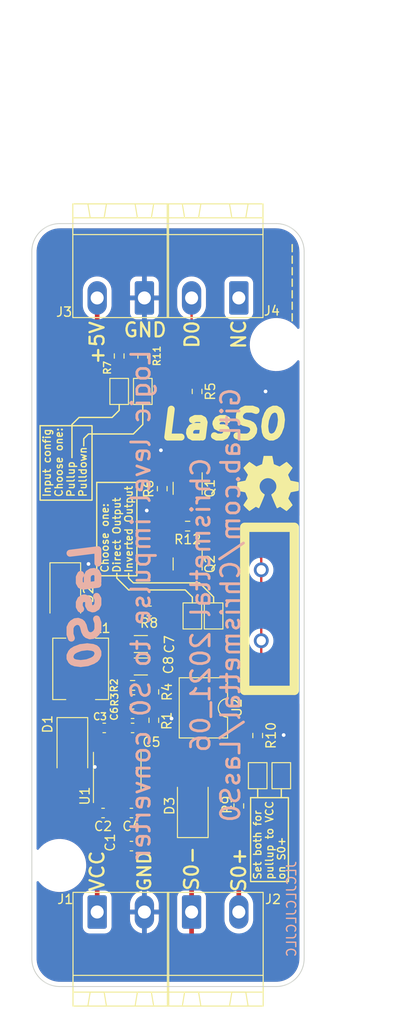
<source format=kicad_pcb>
(kicad_pcb (version 20210623) (generator pcbnew)
  (title_block (title "LasS0") (date "2021-06-03") (rev "v0.1"))
  (layers (0 "F.Cu" signal) (31 "B.Cu" signal) (34 "B.Paste" user) (35 "F.Paste" user) (36 "B.SilkS" user "B.Silkscreen") (37 "F.SilkS" user "F.Silkscreen") (38 "B.Mask" user) (39 "F.Mask" user) (44 "Edge.Cuts" user))
  (net 0 "")
  (net 1 "GND")
  (net 2 "VCC")
  (net 3 "Net-(C3-Pad1)")
  (net 4 "Net-(C3-Pad2)")
  (net 5 "Net-(C4-Pad1)")
  (net 6 "Net-(C5-Pad1)")
  (net 7 "Net-(C5-Pad2)")
  (net 8 "Net-(C7-Pad1)")
  (net 9 "+5V")
  (net 10 "/S0-")
  (net 11 "Net-(D3-Pad2)")
  (net 12 "/S0+")
  (net 13 "/A0")
  (net 14 "/D0")
  (net 15 "Net-(JP1_D1-Pad1)")
  (net 16 "Net-(U2-Pad2)")
  (net 17 "Net-(R6-Pad2)")
  (net 18 "Net-(JP2_D1-Pad2)")
  (net 19 "Net-(Q2-Pad1)")
  (net 20 "Net-(JP2_D1-Pad1)")
  (net 21 "Net-(R2-Pad2)")
  (net 22 "Net-(R3-Pad2)")
  (net 23 "Net-(R8-Pad1)")
  (net 24 "Net-(R9-Pad1)")
  (net 26 "Net-(JP2_U1-Pad2)")
  (net 27 "Net-(JP2_U2-Pad1)")
  (footprint "Resistor_SMD:R_0603_1608Metric" (layer "F.Cu") (at 151.64 77.04 -90)
    (fp_text reference "R5" (at 0 -1.43 90) (layer "F.SilkS"))
    (fp_text value "220R")
    (pad "1" smd roundrect locked (at -0.825 0 270) (size 0.8 0.95) (layers "F.Cu" "F.Paste" "F.Mask") (net 14 "/D0"))
    (pad "2" smd roundrect locked (at 0.825 0 270) (size 0.8 0.95) (layers "F.Cu" "F.Paste" "F.Mask") (net 18 "Net-(JP2_D1-Pad2)"))
  )
  (footprint "MeineBib:Cixi_Kefa_Elec_KF2EDGR-5.08-2P" (layer "F.Cu") (at 143.43 62.99 180)
    (fp_text reference "J3" (at 6.096 -5.514) (layer "F.SilkS"))
    (fp_text value "CiKe2PinSock")
    (pad "1" thru_hole roundrect (at -2.54 -4 180) (size 2.08 3.6) (drill 1.4) (layers *.Cu *.Mask) (roundrect_rratio 0.1201918269) (net 1 "GND"))
    (pad "2" thru_hole oval (at 2.54 -4 180) (size 2.08 3.6) (drill 1.4) (layers *.Cu *.Mask) (net 9 "+5V"))
  )
  (footprint "Resistor_SMD:R_0603_1608Metric" (layer "F.Cu") (at 147.8895 87.491 -90)
    (fp_text reference "R6" (at 0.0122 1.4623 90) (layer "F.SilkS"))
    (fp_text value "10k")
    (pad "1" smd roundrect locked (at -0.825 0 270) (size 0.8 0.95) (layers "F.Cu" "F.Paste" "F.Mask") (net 9 "+5V"))
    (pad "2" smd roundrect locked (at 0.825 0 270) (size 0.8 0.95) (layers "F.Cu" "F.Paste" "F.Mask") (net 17 "Net-(R6-Pad2)"))
  )
  (footprint "Resistor_SMD:R_0603_1608Metric" (layer "F.Cu") (at 150.624 91.518 180)
    (fp_text reference "R12" (at 0 -1.43) (layer "F.SilkS"))
    (fp_text value "220R")
    (pad "1" smd roundrect locked (at -0.825 0 180) (size 0.8 0.95) (layers "F.Cu" "F.Paste" "F.Mask") (net 19 "Net-(Q2-Pad1)"))
    (pad "2" smd roundrect locked (at 0.825 0 180) (size 0.8 0.95) (layers "F.Cu" "F.Paste" "F.Mask") (net 17 "Net-(R6-Pad2)"))
  )
  (footprint "Capacitor_SMD:C_1206_3216Metric" (layer "F.Cu") (at 145.589 106.604)
    (fp_text reference "C8" (at 2.9718 -0.1524 90) (layer "F.SilkS"))
    (fp_text value "47uF")
    (pad "1" smd roundrect locked (at -1.475 0) (size 1.15 1.8) (layers "F.Cu" "F.Paste" "F.Mask") (roundrect_rratio 0.2173913043) (net 8 "Net-(C7-Pad1)"))
    (pad "2" smd roundrect locked (at 1.475 0) (size 1.15 1.8) (layers "F.Cu" "F.Paste" "F.Mask") (roundrect_rratio 0.2173913043) (net 1 "GND"))
  )
  (footprint "Capacitor_SMD:C_0603_1608Metric" (layer "F.Cu") (at 141.652 113.208)
    (fp_text reference "C3" (at -0.4572 -1.2192) (layer "F.SilkS") (effects (font (size 0.75 0.75))))
    (fp_text value "10nF")
    (pad "1" smd roundrect locked (at -0.775 0) (size 0.9 0.95) (layers "F.Cu" "F.Paste" "F.Mask") (net 3 "Net-(C3-Pad1)"))
    (pad "2" smd roundrect locked (at 0.775 0) (size 0.9 0.95) (layers "F.Cu" "F.Paste" "F.Mask") (net 4 "Net-(C3-Pad2)"))
  )
  (footprint "Package_DIP:SMDIP-4_W9.53mm" (layer "F.Cu") (at 152.32 111.049 -90)
    (fp_text reference "U2" (at 0 -3.6 90) (layer "F.SilkS"))
    (fp_text value "EL817S1")
    (pad "1" smd rect locked (at -4.765 -1.27 270) (size 2 1.78) (layers "F.Cu" "F.Paste" "F.Mask") (net 23 "Net-(R8-Pad1)"))
    (pad "2" smd rect locked (at -4.765 1.27 270) (size 2 1.78) (layers "F.Cu" "F.Paste" "F.Mask") (net 16 "Net-(U2-Pad2)"))
    (pad "3" smd rect locked (at 4.765 1.27 270) (size 2 1.78) (layers "F.Cu" "F.Paste" "F.Mask") (net 11 "Net-(D3-Pad2)"))
    (pad "4" smd rect locked (at 4.765 -1.27 270) (size 2 1.78) (layers "F.Cu" "F.Paste" "F.Mask") (net 24 "Net-(R9-Pad1)"))
  )
  (footprint "Jumper:SolderJumper-2_P1.3mm_Open_TrianglePad1.0x1.5mm" (layer "F.Cu") (at 153.418 101.17 -90)
    (fp_text reference "JP1_I1" hide)
    (fp_text value "Inverted")
    (pad "1" smd custom locked (at -0.725 0 270) (size 0.3 0.3) (layers "F.Cu" "F.Mask") (net 17 "Net-(R6-Pad2)") (options (clearance outline) (anchor rect)) (primitives (gr_poly (pts (xy -0.5 -0.75) (xy 0.5 -0.75) (xy 1 0) (xy 0.5 0.75) (xy -0.5 0.75)) (width 0) (fill yes))))
    (pad "2" smd custom locked (at 0.725 0 270) (size 0.3 0.3) (layers "F.Cu" "F.Mask") (net 16 "Net-(U2-Pad2)") (options (clearance outline) (anchor rect)) (primitives (gr_poly (pts (xy -0.65 -0.75) (xy 0.5 -0.75) (xy 0.5 0.75) (xy -0.65 0.75) (xy -0.15 0)) (width 0) (fill yes))))
  )
  (footprint "Diode_SMD:D_SMA" (layer "F.Cu") (at 138.223 115.494 -90)
    (fp_text reference "D1" (at -2.6924 2.667 90) (layer "F.SilkS"))
    (fp_text value "SS14")
    (pad "1" smd rect locked (at -2 0 270) (size 2.5 1.8) (layers "F.Cu" "F.Paste" "F.Mask") (net 3 "Net-(C3-Pad1)"))
    (pad "2" smd rect locked (at 2 0 270) (size 2.5 1.8) (layers "F.Cu" "F.Paste" "F.Mask") (net 1 "GND"))
  )
  (footprint "Capacitor_SMD:C_0603_1608Metric" (layer "F.Cu") (at 144.7 113.208)
    (fp_text reference "C5" (at 2.032 1.524) (layer "F.SilkS"))
    (fp_text value "4.7nF")
    (pad "1" smd roundrect locked (at -0.775 0) (size 0.9 0.95) (layers "F.Cu" "F.Paste" "F.Mask") (net 6 "Net-(C5-Pad1)"))
    (pad "2" smd roundrect locked (at 0.775 0) (size 0.9 0.95) (layers "F.Cu" "F.Paste" "F.Mask") (net 7 "Net-(C5-Pad2)"))
  )
  (footprint "Resistor_SMD:R_0603_1608Metric" (layer "F.Cu") (at 143.258 73.23 -90)
    (fp_text reference "R7" (at 1.27 1.27 90) (layer "F.SilkS") (effects (font (size 0.75 0.75))))
    (fp_text value "10k")
    (pad "1" smd roundrect locked (at -0.825 0 270) (size 0.8 0.95) (layers "F.Cu" "F.Paste" "F.Mask") (net 9 "+5V"))
    (pad "2" smd roundrect locked (at 0.825 0 270) (size 0.8 0.95) (layers "F.Cu" "F.Paste" "F.Mask") (net 26 "Net-(JP2_U1-Pad2)"))
  )
  (footprint "Symbol:OSHW-Symbol_6.7x6mm_SilkScreen" (layer "F.Cu") (at 159.26 86.946)
    (fp_text reference "LOGO3" hide)
    (fp_text value "OSHW" hide)
  )
  (footprint "Package_TO_SOT_SMD:SOT-23" (layer "F.Cu") (at 150.624 95.582 -90)
    (fp_text reference "Q2" (at 0 -2.4 90) (layer "F.SilkS"))
    (fp_text value "AO3400A")
    (pad "1" smd roundrect locked (at -0.9375 -0.95 270) (size 1.475 0.6) (layers "F.Cu" "F.Paste" "F.Mask") (net 19 "Net-(Q2-Pad1)"))
    (pad "2" smd roundrect locked (at -0.9375 0.95 270) (size 1.475 0.6) (layers "F.Cu" "F.Paste" "F.Mask") (net 1 "GND"))
    (pad "3" smd roundrect locked (at 0.9375 0 270) (size 1.475 0.6) (layers "F.Cu" "F.Paste" "F.Mask") (net 15 "Net-(JP1_D1-Pad1)"))
  )
  (footprint "Resistor_SMD:R_0603_1608Metric" (layer "F.Cu") (at 158.162 114.0208 -90)
    (fp_text reference "R10" (at 0 -1.43 90) (layer "F.SilkS"))
    (fp_text value "10k")
    (pad "1" smd roundrect locked (at -0.825 0 270) (size 0.8 0.95) (layers "F.Cu" "F.Paste" "F.Mask") (net 2 "VCC"))
    (pad "2" smd roundrect locked (at 0.825 0 270) (size 0.8 0.95) (layers "F.Cu" "F.Paste" "F.Mask") (net 27 "Net-(JP2_U2-Pad1)"))
  )
  (footprint "Resistor_SMD:R_0603_1608Metric" (layer "F.Cu") (at 146.986 109.335 -90)
    (fp_text reference "R4" (at 0 -1.43 90) (layer "F.SilkS"))
    (fp_text value "220R")
    (pad "1" smd roundrect locked (at -0.825 0 270) (size 0.8 0.95) (layers "F.Cu" "F.Paste" "F.Mask") (net 22 "Net-(R3-Pad2)"))
    (pad "2" smd roundrect locked (at 0.825 0 270) (size 0.8 0.95) (layers "F.Cu" "F.Paste" "F.Mask") (net 1 "GND"))
  )
  (footprint "Capacitor_SMD:C_0603_1608Metric" (layer "F.Cu") (at 141.525 122.352 180)
    (fp_text reference "C2" (at 0 -1.43) (layer "F.SilkS"))
    (fp_text value "10nF")
    (pad "1" smd roundrect locked (at -0.775 0 180) (size 0.9 0.95) (layers "F.Cu" "F.Paste" "F.Mask") (net 2 "VCC"))
    (pad "2" smd roundrect locked (at 0.775 0 180) (size 0.9 0.95) (layers "F.Cu" "F.Paste" "F.Mask") (net 1 "GND"))
  )
  (footprint "Diode_SMD:D_SMA" (layer "F.Cu") (at 151.177 121.59 90)
    (fp_text reference "D3" (at 0 -2.5 90) (layer "F.SilkS"))
    (fp_text value "SS14")
    (pad "1" smd rect locked (at -2 0 90) (size 2.5 1.8) (layers "F.Cu" "F.Paste" "F.Mask") (net 10 "/S0-"))
    (pad "2" smd rect locked (at 2 0 90) (size 2.5 1.8) (layers "F.Cu" "F.Paste" "F.Mask") (net 11 "Net-(D3-Pad2)"))
  )
  (footprint "Jumper:SolderJumper-2_P1.3mm_Open_TrianglePad1.0x1.5mm" (layer "F.Cu") (at 151.132 101.17 -90)
    (fp_text reference "JP1_D1" hide)
    (fp_text value "Direct")
    (pad "1" smd custom locked (at -0.725 0 270) (size 0.3 0.3) (layers "F.Cu" "F.Mask") (net 15 "Net-(JP1_D1-Pad1)") (options (clearance outline) (anchor rect)) (primitives (gr_poly (pts (xy -0.5 -0.75) (xy 0.5 -0.75) (xy 1 0) (xy 0.5 0.75) (xy -0.5 0.75)) (width 0) (fill yes))))
    (pad "2" smd custom locked (at 0.725 0 270) (size 0.3 0.3) (layers "F.Cu" "F.Mask") (net 16 "Net-(U2-Pad2)") (options (clearance outline) (anchor rect)) (primitives (gr_poly (pts (xy -0.65 -0.75) (xy 0.5 -0.75) (xy 0.5 0.75) (xy -0.65 0.75) (xy -0.15 0)) (width 0) (fill yes))))
  )
  (footprint "MeineBib:EigenesMountingHole_2.7mm_M2.5" (layer "F.Cu") (at 136.86 127.99)
    (fp_text reference "H2" hide)
    (fp_text value "MountingHole")
    (pad "" np_thru_hole circle (at 0 0) (size 2.7 2.7) (drill 2.7) (layers *.Cu *.Mask) (clearance 1.5))
  )
  (footprint "MeineBib:Cixi_Kefa_Elec_KF2EDGR-5.08-2P" (layer "F.Cu") (at 153.59 62.99 180)
    (fp_text reference "J4" (at -6.096 -5.387) (layer "F.SilkS"))
    (fp_text value "CiKe2PinSock")
    (pad "1" thru_hole roundrect (at -2.54 -4 180) (size 2.08 3.6) (drill 1.4) (layers *.Cu *.Mask) (roundrect_rratio 0.1201918269) (net 13 "/A0"))
    (pad "2" thru_hole oval (at 2.54 -4 180) (size 2.08 3.6) (drill 1.4) (layers *.Cu *.Mask) (net 14 "/D0"))
  )
  (footprint "Resistor_SMD:R_0603_1608Metric" (layer "F.Cu") (at 146.986 112.383 90)
    (fp_text reference "R1" (at -0.063 1.397 90) (layer "F.SilkS"))
    (fp_text value "47K")
    (pad "1" smd roundrect locked (at -0.825 0 90) (size 0.8 0.95) (layers "F.Cu" "F.Paste" "F.Mask") (net 7 "Net-(C5-Pad2)"))
    (pad "2" smd roundrect locked (at 0.825 0 90) (size 0.8 0.95) (layers "F.Cu" "F.Paste" "F.Mask") (net 1 "GND"))
  )
  (footprint "Package_TO_SOT_SMD:SOT-23" (layer "F.Cu") (at 150.624 87.454 -90)
    (fp_text reference "Q1" (at 0 -2.4 90) (layer "F.SilkS"))
    (fp_text value "AO3400A")
    (pad "1" smd roundrect locked (at -0.9375 -0.95 270) (size 1.475 0.6) (layers "F.Cu" "F.Paste" "F.Mask") (net 18 "Net-(JP2_D1-Pad2)"))
    (pad "2" smd roundrect locked (at -0.9375 0.95 270) (size 1.475 0.6) (layers "F.Cu" "F.Paste" "F.Mask") (net 1 "GND"))
    (pad "3" smd roundrect locked (at 0.9375 0 270) (size 1.475 0.6) (layers "F.Cu" "F.Paste" "F.Mask") (net 17 "Net-(R6-Pad2)"))
  )
  (footprint "Resistor_SMD:R_0603_1608Metric" (layer "F.Cu") (at 146.478 100.635 180)
    (fp_text reference "R8" (at 0 -1.297) (layer "F.SilkS"))
    (fp_text value "220R")
    (pad "1" smd roundrect locked (at -0.825 0 180) (size 0.8 0.95) (layers "F.Cu" "F.Paste" "F.Mask") (net 23 "Net-(R8-Pad1)"))
    (pad "2" smd roundrect locked (at 0.825 0 180) (size 0.8 0.95) (layers "F.Cu" "F.Paste" "F.Mask") (net 9 "+5V"))
  )
  (footprint "Diode_SMD:D_SMA" (layer "F.Cu") (at 137.461 98.857 -90)
    (fp_text reference "D2" (at 0 -2.5 90) (layer "F.SilkS"))
    (fp_text value "SS14")
    (pad "1" smd rect locked (at -2 0 270) (size 2.5 1.8) (layers "F.Cu" "F.Paste" "F.Mask") (net 9 "+5V"))
    (pad "2" smd rect locked (at 2 0 270) (size 2.5 1.8) (layers "F.Cu" "F.Paste" "F.Mask") (net 8 "Net-(C7-Pad1)"))
  )
  (footprint "Capacitor_SMD:C_0603_1608Metric" (layer "F.Cu") (at 144.573 125.908 180)
    (fp_text reference "C1" (at 2.286 0.381 90) (layer "F.SilkS"))
    (fp_text value "100nF")
    (pad "1" smd roundrect locked (at -0.775 0 180) (size 0.9 0.95) (layers "F.Cu" "F.Paste" "F.Mask") (net 1 "GND"))
    (pad "2" smd roundrect locked (at 0.775 0 180) (size 0.9 0.95) (layers "F.Cu" "F.Paste" "F.Mask") (net 2 "VCC"))
  )
  (footprint "MeineBib:Binary_6_v0.1" (layer "F.Cu") (at 159.51 100 90)
    (fp_text reference "LOGO1" hide)
    (fp_text value "Binary-6" hide)
    (fp_text user "Binary-6" (at -2.0654 0.8128 90) (layer "F.Cu") (effects (font (size 1.2 1.2) (thickness 0.2))))
    (fp_line (start 3.5306 1.8288) (end -8.9408 1.8288) (layer "F.Cu") (width 0.25))
    (fp_line (start -5.6134 -0.9652) (end -8.4074 1.8288) (layer "F.Cu") (width 0.25))
    (fp_line (start 8.128 -1.2192) (end 6.5786 -1.2192) (layer "F.Cu") (width 0.25))
    (fp_line (start 5.0546 -0.9652) (end 6.0706 -1.9812) (layer "F.Cu") (width 0.25))
    (fp_line (start 3.7846 -0.9652) (end 5.0546 -0.9652) (layer "F.Cu") (width 0.25))
    (fp_line (start 6.5786 -1.2192) (end 3.5306 1.8288) (layer "F.Cu") (width 0.25))
    (fp_line (start -3.8354 -0.9652) (end -5.6134 -0.9652) (layer "F.Cu") (width 0.25))
    (fp_line (start 1.2446 -0.9652) (end 3.7846 -0.9652) (layer "F.Cu") (width 0.25))
    (fp_line (start -3.8354 -0.9652) (end -1.2954 -0.9652) (layer "F.Cu") (width 0.25))
    (fp_line (start 6.0706 -1.9812) (end 8.0772 -1.9812) (layer "F.Cu") (width 0.25))
    (pad "" thru_hole oval locked (at 3.7846 -0.9652 90) (size 1.6 1.6) (drill 1) (layers *.Cu *.Mask))
    (pad "" thru_hole circle locked (at -3.8354 -0.9652 90) (size 1.6 1.6) (drill 1) (layers *.Cu *.Mask))
    (pad "" smd roundrect locked (at -0.8954 -0.9652 90) (size 0.9 1.8) (layers "F.Cu" "F.Mask"))
    (pad "" smd roundrect locked (at 0.8446 -0.9652 90) (size 0.9 1.8) (layers "F.Cu" "F.Mask"))
  )
  (footprint "Jumper:SolderJumper-2_P1.3mm_Open_TrianglePad1.0x1.5mm" (layer "F.Cu") (at 158.162 118.3388 -90)
    (fp_text reference "JP2_U2" hide)
    (fp_text value "S0+ PU")
    (pad "1" smd custom locked (at -0.725 0 270) (size 0.3 0.3) (layers "F.Cu" "F.Mask") (net 27 "Net-(JP2_U2-Pad1)") (options (clearance outline) (anchor rect)) (primitives (gr_poly (pts (xy -0.5 -0.75) (xy 0.5 -0.75) (xy 1 0) (xy 0.5 0.75) (xy -0.5 0.75)) (width 0) (fill yes))))
    (pad "2" smd custom locked (at 0.725 0 270) (size 0.3 0.3) (layers "F.Cu" "F.Mask") (net 12 "/S0+") (options (clearance outline) (anchor rect)) (primitives (gr_poly (pts (xy -0.65 -0.75) (xy 0.5 -0.75) (xy 0.5 0.75) (xy -0.65 0.75) (xy -0.15 0)) (width 0) (fill yes))))
  )
  (footprint "Resistor_SMD:R_0603_1608Metric" (layer "F.Cu") (at 144.7 108.636)
    (fp_text reference "R2" (at -1.9812 0 90) (layer "F.SilkS") (effects (font (size 0.75 0.75))))
    (fp_text value "10k")
    (pad "1" smd roundrect locked (at -0.825 0) (size 0.8 0.95) (layers "F.Cu" "F.Paste" "F.Mask") (net 8 "Net-(C7-Pad1)"))
    (pad "2" smd roundrect locked (at 0.825 0) (size 0.8 0.95) (layers "F.Cu" "F.Paste" "F.Mask") (net 21 "Net-(R2-Pad2)"))
  )
  (footprint "Resistor_SMD:R_0603_1608Metric" (layer "F.Cu") (at 144.7 110.16)
    (fp_text reference "R3" (at -1.9304 0 90) (layer "F.SilkS") (effects (font (size 0.75 0.75))))
    (fp_text value "1.5k")
    (pad "1" smd roundrect locked (at -0.825 0) (size 0.8 0.95) (layers "F.Cu" "F.Paste" "F.Mask") (net 21 "Net-(R2-Pad2)"))
    (pad "2" smd roundrect locked (at 0.825 0) (size 0.8 0.95) (layers "F.Cu" "F.Paste" "F.Mask") (net 22 "Net-(R3-Pad2)"))
  )
  (footprint "MeineBib:Cixi_Kefa_Elec_KF2EDGR-5.08-2P" (layer "F.Cu") (at 143.43 136.99)
    (fp_text reference "J1" (at -5.969 -5.367) (layer "F.SilkS"))
    (fp_text value "CiKe2PinSock")
    (pad "1" thru_hole roundrect (at -2.54 -4) (size 2.08 3.6) (drill 1.4) (layers *.Cu *.Mask) (roundrect_rratio 0.1201918269) (net 2 "VCC"))
    (pad "2" thru_hole oval (at 2.54 -4) (size 2.08 3.6) (drill 1.4) (layers *.Cu *.Mask) (net 1 "GND"))
  )
  (footprint "Resistor_SMD:R_0603_1608Metric" (layer "F.Cu") (at 145.798 73.23 90)
    (fp_text reference "R11" (at 0 1.524 90) (layer "F.SilkS") (effects (font (size 0.75 0.75))))
    (fp_text value "10k")
    (pad "1" smd roundrect locked (at -0.825 0 90) (size 0.8 0.95) (layers "F.Cu" "F.Paste" "F.Mask") (net 20 "Net-(JP2_D1-Pad1)"))
    (pad "2" smd roundrect locked (at 0.825 0 90) (size 0.8 0.95) (layers "F.Cu" "F.Paste" "F.Mask") (net 1 "GND"))
  )
  (footprint "Resistor_SMD:R_0603_1608Metric" (layer "F.Cu") (at 156.13 121.59 -90)
    (fp_text reference "R9" (at -0.127 1.27 90) (layer "F.SilkS"))
    (fp_text value "220R")
    (pad "1" smd roundrect locked (at -0.825 0 270) (size 0.8 0.95) (layers "F.Cu" "F.Paste" "F.Mask") (net 24 "Net-(R9-Pad1)"))
    (pad "2" smd roundrect locked (at 0.825 0 270) (size 0.8 0.95) (layers "F.Cu" "F.Paste" "F.Mask") (net 12 "/S0+"))
  )
  (footprint "Capacitor_SMD:C_0603_1608Metric" (layer "F.Cu") (at 144.573 122.352)
    (fp_text reference "C4" (at 0 1.4224) (layer "F.SilkS"))
    (fp_text value "10nF")
    (pad "1" smd roundrect locked (at -0.775 0) (size 0.9 0.95) (layers "F.Cu" "F.Paste" "F.Mask") (net 5 "Net-(C4-Pad1)"))
    (pad "2" smd roundrect locked (at 0.775 0) (size 0.9 0.95) (layers "F.Cu" "F.Paste" "F.Mask") (net 1 "GND"))
  )
  (footprint "MeineBib:Sunltech_SLO0630H" (layer "F.Cu") (at 139.112 106.858 -90)
    (fp_text reference "L1" (at -4.3688 -2.3368 180) (layer "F.SilkS"))
    (fp_text value "6.8uH")
    (pad "1" smd rect (at -2.75 0 270) (size 1.95 3) (layers "F.Cu" "F.Paste" "F.Mask") (net 8 "Net-(C7-Pad1)"))
    (pad "2" smd rect (at 2.75 0 270) (size 1.95 3) (layers "F.Cu" "F.Paste" "F.Mask") (net 3 "Net-(C3-Pad1)"))
  )
  (footprint "Jumper:SolderJumper-2_P1.3mm_Open_TrianglePad1.0x1.5mm" (layer "F.Cu") (at 143.258 77.04 90)
    (fp_text reference "JP2_U1" hide)
    (fp_text value "Input Pullup")
    (pad "1" smd custom locked (at -0.725 0 90) (size 0.3 0.3) (layers "F.Cu" "F.Mask") (net 18 "Net-(JP2_D1-Pad2)") (options (clearance outline) (anchor rect)) (primitives (gr_poly (pts (xy -0.5 -0.75) (xy 0.5 -0.75) (xy 1 0) (xy 0.5 0.75) (xy -0.5 0.75)) (width 0) (fill yes))))
    (pad "2" smd custom locked (at 0.725 0 90) (size 0.3 0.3) (layers "F.Cu" "F.Mask") (net 26 "Net-(JP2_U1-Pad2)") (options (clearance outline) (anchor rect)) (primitives (gr_poly (pts (xy -0.65 -0.75) (xy 0.5 -0.75) (xy 0.5 0.75) (xy -0.65 0.75) (xy -0.15 0)) (width 0) (fill yes))))
  )
  (footprint "MeineBib:Cixi_Kefa_Elec_KF2EDGR-5.08-2P" (layer "F.Cu") (at 153.59 136.99)
    (fp_text reference "J2" (at 6.223 -5.367) (layer "F.SilkS"))
    (fp_text value "CiKe2PinSock")
    (pad "1" thru_hole roundrect (at -2.54 -4) (size 2.08 3.6) (drill 1.4) (layers *.Cu *.Mask) (roundrect_rratio 0.1201918269) (net 10 "/S0-"))
    (pad "2" thru_hole oval (at 2.54 -4) (size 2.08 3.6) (drill 1.4) (layers *.Cu *.Mask) (net 12 "/S0+"))
  )
  (footprint "Jumper:SolderJumper-2_P1.3mm_Open_TrianglePad1.0x1.5mm" (layer "F.Cu") (at 160.702 118.3388 90)
    (fp_text reference "JP2_D2" hide)
    (fp_text value "S0- GND")
    (pad "1" smd custom locked (at -0.725 0 90) (size 0.3 0.3) (layers "F.Cu" "F.Mask") (net 10 "/S0-") (options (clearance outline) (anchor rect)) (primitives (gr_poly (pts (xy -0.5 -0.75) (xy 0.5 -0.75) (xy 1 0) (xy 0.5 0.75) (xy -0.5 0.75)) (width 0) (fill yes))))
    (pad "2" smd custom locked (at 0.725 0 90) (size 0.3 0.3) (layers "F.Cu" "F.Mask") (net 1 "GND") (options (clearance outline) (anchor rect)) (primitives (gr_poly (pts (xy -0.65 -0.75) (xy 0.5 -0.75) (xy 0.5 0.75) (xy -0.65 0.75) (xy -0.15 0)) (width 0) (fill yes))))
  )
  (footprint "Capacitor_SMD:C_1206_3216Metric" (layer "F.Cu") (at 145.589 104.191)
    (fp_text reference "C7" (at 3.0734 0.0254 90) (layer "F.SilkS"))
    (fp_text value "47uF")
    (pad "1" smd roundrect locked (at -1.475 0) (size 1.15 1.8) (layers "F.Cu" "F.Paste" "F.Mask") (roundrect_rratio 0.2173913043) (net 8 "Net-(C7-Pad1)"))
    (pad "2" smd roundrect locked (at 1.475 0) (size 1.15 1.8) (layers "F.Cu" "F.Paste" "F.Mask") (roundrect_rratio 0.2173913043) (net 1 "GND"))
  )
  (footprint "MeineBib:EigenesMountingHole_2.7mm_M2.5" (layer "F.Cu") (at 160.16 72)
    (fp_text reference "H1" hide)
    (fp_text value "MountingHole")
    (pad "" np_thru_hole circle (at 0 0) (size 2.7 2.7) (drill 2.7) (layers *.Cu *.Mask) (clearance 1.5))
  )
  (footprint "Package_SO:SOIC-8_3.9x4.9mm_P1.27mm" (layer "F.Cu") (at 143.049 117.78 90)
    (fp_text reference "U1" (at -2.7432 -3.4798 90) (layer "F.SilkS"))
    (fp_text value "TPS54331D")
    (pad "1" smd roundrect locked (at -2.475 -1.905 90) (size 1.95 0.6) (layers "F.Cu" "F.Paste" "F.Mask") (net 4 "Net-(C3-Pad2)"))
    (pad "2" smd roundrect locked (at -2.475 -0.635 90) (size 1.95 0.6) (layers "F.Cu" "F.Paste" "F.Mask") (net 2 "VCC"))
    (pad "3" smd roundrect locked (at -2.475 0.635 90) (size 1.95 0.6) (layers "F.Cu" "F.Paste" "F.Mask"))
    (pad "4" smd roundrect locked (at -2.475 1.905 90) (size 1.95 0.6) (layers "F.Cu" "F.Paste" "F.Mask") (net 5 "Net-(C4-Pad1)"))
    (pad "5" smd roundrect locked (at 2.475 1.905 90) (size 1.95 0.6) (layers "F.Cu" "F.Paste" "F.Mask") (net 21 "Net-(R2-Pad2)"))
    (pad "6" smd roundrect locked (at 2.475 0.635 90) (size 1.95 0.6) (layers "F.Cu" "F.Paste" "F.Mask") (net 6 "Net-(C5-Pad1)"))
    (pad "7" smd roundrect locked (at 2.475 -0.635 90) (size 1.95 0.6) (layers "F.Cu" "F.Paste" "F.Mask") (net 1 "GND"))
    (pad "8" smd roundrect locked (at 2.475 -1.905 90) (size 1.95 0.6) (layers "F.Cu" "F.Paste" "F.Mask") (net 3 "Net-(C3-Pad1)"))
  )
  (footprint "Capacitor_SMD:C_0603_1608Metric" (layer "F.Cu") (at 144.7 111.684)
    (fp_text reference "C6" (at -1.9812 0 90) (layer "F.SilkS") (effects (font (size 0.75 0.75))))
    (fp_text value "33pF")
    (pad "1" smd roundrect locked (at -0.775 0) (size 0.9 0.95) (layers "F.Cu" "F.Paste" "F.Mask") (net 6 "Net-(C5-Pad1)"))
    (pad "2" smd roundrect locked (at 0.775 0) (size 0.9 0.95) (layers "F.Cu" "F.Paste" "F.Mask") (net 1 "GND"))
  )
  (footprint "Jumper:SolderJumper-2_P1.3mm_Open_TrianglePad1.0x1.5mm" (layer "F.Cu") (at 145.798 77.04 -90)
    (fp_text reference "JP2_D1" hide)
    (fp_text value "Input Pulldown")
    (pad "1" smd custom locked (at -0.725 0 270) (size 0.3 0.3) (layers "F.Cu" "F.Mask") (net 20 "Net-(JP2_D1-Pad1)") (options (clearance outline) (anchor rect)) (primitives (gr_poly (pts (xy -0.5 -0.75) (xy 0.5 -0.75) (xy 1 0) (xy 0.5 0.75) (xy -0.5 0.75)) (width 0) (fill yes))))
    (pad "2" smd custom locked (at 0.725 0 270) (size 0.3 0.3) (layers "F.Cu" "F.Mask") (net 18 "Net-(JP2_D1-Pad2)") (options (clearance outline) (anchor rect)) (primitives (gr_poly (pts (xy -0.65 -0.75) (xy 0.5 -0.75) (xy 0.5 0.75) (xy -0.65 0.75) (xy -0.15 0)) (width 0) (fill yes))))
  )
  (gr_line (start 144.782 81.612) (end 145.798 80.596) (layer "F.SilkS") (width 0.15))
  (gr_line (start 144.274 97.106) (end 144.782 97.614) (layer "F.SilkS") (width 0.15))
  (gr_line (start 144.274 98.376) (end 143.004 97.106) (layer "F.SilkS") (width 0.15))
  (gr_rect (start 140.845 96.852) (end 145.163 86.819) (layer "F.SilkS") (width 0.15) (fill none))
  (gr_line (start 144.782 97.614) (end 151.894 97.614) (layer "F.SilkS") (width 0.15))
  (gr_line (start 143.258 78.44) (end 143.258 79.072) (layer "F.SilkS") (width 0.15))
  (gr_line (start 144.274 98.376) (end 150.37 98.376) (layer "F.SilkS") (width 0.15))
  (gr_line (start 139.956 81.612) (end 144.782 81.612) (layer "F.SilkS") (width 0.15))
  (gr_line (start 144.274 96.598) (end 144.274 97.106) (layer "F.SilkS") (width 0.15))
  (gr_line (start 143.258 79.072) (end 142.496 79.834) (layer "F.SilkS") (width 0.15))
  (gr_line (start 138.94 79.834) (end 138.178 80.596) (layer "F.SilkS") (width 0.15))
  (gr_line (start 143.004 97.106) (end 143.004 96.598) (layer "F.SilkS") (width 0.15))
  (gr_line (start 139.448 82.12) (end 139.956 81.612) (layer "F.SilkS") (width 0.15))
  (gr_line (start 151.894 97.614) (end 153.418 99.138) (layer "F.SilkS") (width 0.15))
  (gr_rect (start 134.749 88.724) (end 140.337 80.723) (layer "F.SilkS") (width 0.15) (fill none))
  (gr_line (start 158.162 119.7388) (end 158.162 120.701) (layer "F.SilkS") (width 0.15))
  (gr_line (start 151.132 99.77) (end 151.132 99.138) (layer "F.SilkS") (width 0.15))
  (gr_line (start 138.178 80.596) (end 138.178 84.152) (layer "F.SilkS") (width 0.15))
  (gr_line (start 145.798 80.596) (end 145.798 78.44) (layer "F.SilkS") (width 0.15))
  (gr_line (start 139.448 82.882) (end 139.448 82.12) (layer "F.SilkS") (width 0.15))
  (gr_line (start 151.132 99.138) (end 150.37 98.376) (layer "F.SilkS") (width 0.15))
  (gr_line (start 160.702 119.7388) (end 160.702 120.701) (layer "F.SilkS") (width 0.15))
  (gr_line (start 153.418 99.138) (end 153.418 99.77) (layer "F.SilkS") (width 0.15))
  (gr_line (start 142.496 79.834) (end 138.94 79.834) (layer "F.SilkS") (width 0.15))
  (gr_rect (start 157.4 129.718) (end 161.464 120.701) (layer "F.SilkS") (width 0.15) (fill none))
  (gr_arc (start 136.86 62) (end 133.86 62) (angle 90) (layer "Edge.Cuts") (width 0.1))
  (gr_line (start 163.16 138) (end 163.16 62) (layer "Edge.Cuts") (width 0.1))
  (gr_arc (start 160.16 62) (end 160.16 59) (angle 90) (layer "Edge.Cuts") (width 0.1))
  (gr_line (start 133.86 62) (end 133.86 138) (layer "Edge.Cuts") (width 0.1))
  (gr_arc (start 136.86 138) (end 133.86 138) (angle -90) (layer "Edge.Cuts") (width 0.1))
  (gr_arc (start 160.16 138) (end 163.16 138) (angle 90) (layer "Edge.Cuts") (width 0.1))
  (gr_line (start 160.16 59) (end 136.86 59) (layer "Edge.Cuts") (width 0.1))
  (gr_line (start 136.86 141) (end 160.16 141) (layer "Edge.Cuts") (width 0.1))
  (gr_text "LasS0" (at 139.62 100 90) (layer "B.SilkS") (effects (font (size 3 3) (thickness 0.75) italic) (justify mirror)))
  (gr_text "Logic level impulse to S0 converter\n\nChrismettal 2021_06\nGitLab.com/Chrismettal/LasS0" (at 150.415 100 90) (layer "B.SilkS") (effects (font (size 2 2) (thickness 0.3)) (justify mirror)))
  (gr_text "JLCJLCJLCJLC" (at 161.8 132.666 90) (layer "B.SilkS") (effects (font (size 1 1)) (justify mirror)))
  (gr_text "GND" (at 146.052 70.436) (layer "F.SilkS") (effects (font (size 1.5 1.5) (thickness 0.25))))
  (gr_text "VCC" (at 140.89 128.575 90) (layer "F.SilkS") (effects (font (size 1.5 1.5) (thickness 0.25))))
  (gr_text "Set both for\npullup to VCC\non S0+" (at 159.432 129.591 90) (layer "F.SilkS") (effects (font (size 0.8 0.8)) (justify left)))
  (gr_text "Choose one:\nDirect Output\nInverted Output" (at 143.004 96.598 90) (layer "F.SilkS") (effects (font (size 0.8 0.8)) (justify left)))
  (gr_text "D0" (at 151.1008 70.917 90) (layer "F.SilkS") (effects (font (size 1.5 1.5) (thickness 0.25))))
  (gr_text "Input config\nChoose one:\nPullup\nPulldown" (at 137.416 88.47 90) (layer "F.SilkS") (effects (font (size 0.8 0.8)) (justify left)))
  (gr_text "NC" (at 156.13 70.917 90) (layer "F.SilkS") (effects (font (size 1.5 1.5) (thickness 0.25))))
  (gr_text "+5V" (at 140.89 71.806 90) (layer "F.SilkS") (effects (font (size 1.5 1.5) (thickness 0.25))))
  (gr_text "-------" (at 161.8 65.356 90) (layer "F.SilkS") (effects (font (size 1 1))))
  (gr_text "GND" (at 145.97 128.602 90) (layer "F.SilkS") (effects (font (size 1.4 1.4) (thickness 0.25))))
  (gr_text "S0-" (at 151.05 128.321 90) (layer "F.SilkS") (effects (font (size 1.5 1.5) (thickness 0.25))))
  (gr_text "S0+" (at 156.13 128.448 90) (layer "F.SilkS") (effects (font (size 1.5 1.5) (thickness 0.25))))
  (gr_text "LasS0" (at 154.434 80.596) (layer "F.SilkS") (effects (font (size 3 3) (thickness 0.75) italic)))
  (segment (start 141.398 118.288) (end 140.128 118.288) (width 0.5) (layer "F.Cu") (net 1))
  (segment (start 140.75 122.352) (end 140.128 121.73) (width 0.5) (layer "F.Cu") (net 1))
  (segment (start 146.097 111.684) (end 146.223 111.558) (width 0.5) (layer "F.Cu") (net 1))
  (segment (start 142.414 117.272) (end 141.398 118.288) (width 0.5) (layer "F.Cu") (net 1))
  (segment (start 146.986 110.16) (end 146.986 111.558) (width 0.5) (layer "F.Cu") (net 1))
  (segment (start 140.128 121.73) (end 140.128 118.288) (width 0.5) (layer "F.Cu") (net 1))
  (segment (start 142.414 115.305) (end 142.414 117.272) (width 0.5) (layer "F.Cu") (net 1))
  (segment (start 139.334 117.494) (end 138.223 117.494) (width 0.5) (layer "F.Cu") (net 1))
  (segment (start 145.475 111.684) (end 146.097 111.684) (width 0.5) (layer "F.Cu") (net 1))
  (segment (start 146.223 111.558) (end 146.986 111.558) (width 0.5) (layer "F.Cu") (net 1))
  (segment (start 140.128 118.288) (end 139.334 117.494) (width 0.5) (layer "F.Cu") (net 1))
  (segment (start 147.064 104.191) (end 147.064 106.604) (width 0.5) (layer "F.Cu") (net 1))
  (via (at 146.224 89.84) (size 0.8) (drill 0.4) (layers "F.Cu" "B.Cu") (net 1))
  (via (at 160.956 113.97) (size 0.8) (drill 0.4) (layers "F.Cu" "B.Cu") (net 1))
  (via (at 159.006 77.04) (size 0.8) (drill 0.4) (layers "F.Cu" "B.Cu") (net 1))
  (via (at 140.636 117.399) (size 0.8) (drill 0.4) (layers "F.Cu" "B.Cu") (net 1))
  (via (at 147.748 83.363) (size 0.8) (drill 0.4) (layers "F.Cu" "B.Cu") (net 1))
  (via (at 148.891 112.192) (size 0.8) (drill 0.4) (layers "F.Cu" "B.Cu") (net 1))
  (via (at 139.956 95.582) (size 0.8) (drill 0.4) (layers "F.Cu" "B.Cu") (net 1))
  (segment (start 147.5956 115.7988) (end 151.621 111.7734) (width 0.5) (layer "F.Cu") (net 2))
  (segment (start 142.3 124.4472) (end 142.3 122.352) (width 0.5) (layer "F.Cu") (net 2))
  (segment (start 140.89 127.94) (end 142.3 126.53) (width 0.5) (layer "F.Cu") (net 2))
  (segment (start 142.3 122.352) (end 142.3 121.831) (width 0.5) (layer "F.Cu") (net 2))
  (segment (start 143.798 125.908) (end 142.922 125.908) (width 0.5) (layer "F.Cu") (net 2))
  (segment (start 142.3124 124.4348) (end 146.1732 124.4348) (width 0.5) (layer "F.Cu") (net 2))
  (segment (start 146.1732 124.4348) (end 147.5956 123.0124) (width 0.5) (layer "F.Cu") (net 2))
  (segment (start 151.621 111.7734) (end 156.7396 111.7734) (width 0.5) (layer "F.Cu") (net 2))
  (segment (start 142.922 125.908) (end 142.3 126.53) (width 0.5) (layer "F.Cu") (net 2))
  (segment (start 142.3 126.53) (end 142.3 124.4472) (width 0.5) (layer "F.Cu") (net 2))
  (segment (start 142.3 124.4472) (end 142.3124 124.4348) (width 0.5) (layer "F.Cu") (net 2))
  (segment (start 147.5956 123.0124) (end 147.5956 115.7988) (width 0.5) (layer "F.Cu") (net 2))
  (segment (start 142.3 121.831) (end 142.414 121.717) (width 0.5) (layer "F.Cu") (net 2))
  (segment (start 142.414 121.717) (end 142.414 120.255) (width 0.5) (layer "F.Cu") (net 2))
  (segment (start 156.7396 111.7734) (end 158.162 113.1958) (width 0.5) (layer "F.Cu") (net 2))
  (segment (start 140.89 132.99) (end 140.89 127.94) (width 0.5) (layer "F.Cu") (net 2))
  (segment (start 139.334 113.494) (end 139.62 113.208) (width 0.5) (layer "F.Cu") (net 3))
  (segment (start 139.62 113.208) (end 140.877 113.208) (width 0.5) (layer "F.Cu") (net 3))
  (segment (start 140.877 113.208) (end 140.877 113.957) (width 0.5) (layer "F.Cu") (net 3))
  (segment (start 138.223 113.494) (end 139.334 113.494) (width 0.5) (layer "F.Cu") (net 3))
  (segment (start 139.112 109.608) (end 139.112 110.668) (width 0.5) (layer "F.Cu") (net 3))
  (segment (start 141.144 114.224) (end 141.144 115.305) (width 0.5) (layer "F.Cu") (net 3))
  (segment (start 140.877 113.957) (end 141.144 114.224) (width 0.5) (layer "F.Cu") (net 3))
  (segment (start 139.112 110.668) (end 138.223 111.557) (width 0.5) (layer "F.Cu") (net 3))
  (segment (start 138.223 111.557) (end 138.223 113.494) (width 0.5) (layer "F.Cu") (net 3))
  (segment (start 141.144 119.177) (end 141.144 120.255) (width 0.25) (layer "F.Cu") (net 4))
  (segment (start 142.033 118.923) (end 141.398 118.923) (width 0.25) (layer "F.Cu") (net 4))
  (segment (start 142.427 113.664854) (end 143.03852 114.276374) (width 0.25) (layer "F.Cu") (net 4))
  (segment (start 141.398 118.923) (end 141.144 119.177) (width 0.25) (layer "F.Cu") (net 4))
  (segment (start 142.427 113.208) (end 142.427 113.664854) (width 0.25) (layer "F.Cu") (net 4))
  (segment (start 143.03852 117.91748) (end 142.033 118.923) (width 0.25) (layer "F.Cu") (net 4))
  (segment (start 143.03852 114.276374) (end 143.03852 117.91748) (width 0.25) (layer "F.Cu") (net 4))
  (segment (start 143.798 122.352) (end 144.954 121.196) (width 0.25) (layer "F.Cu") (net 5))
  (segment (start 144.954 121.196) (end 144.954 120.255) (width 0.25) (layer "F.Cu") (net 5))
  (segment (start 143.925 113.729) (end 143.684 113.97) (width 0.25) (layer "F.Cu") (net 6))
  (segment (start 143.925 111.684) (end 143.925 113.208) (width 0.25) (layer "F.Cu") (net 6))
  (segment (start 143.925 113.208) (end 143.925 113.729) (width 0.25) (layer "F.Cu") (net 6))
  (segment (start 143.684 113.97) (end 143.684 115.305) (width 0.25) (layer "F.Cu") (net 6))
  (segment (start 145.475 113.208) (end 146.986 113.208) (width 0.25) (layer "F.Cu") (net 7))
  (segment (start 144.114 107.698) (end 143.875 107.937) (width 0.5) (layer "F.Cu") (net 8))
  (segment (start 137.461 100.857) (end 137.461 101.651) (width 0.5) (layer "F.Cu") (net 8))
  (segment (start 139.195 104.191) (end 139.112 104.108) (width 0.5) (layer "F.Cu") (net 8))
  (segment (start 139.112 103.302) (end 139.112 104.108) (width 0.5) (layer "F.Cu") (net 8))
  (segment (start 137.461 101.651) (end 139.112 103.302) (width 0.5) (layer "F.Cu") (net 8))
  (segment (start 144.114 104.191) (end 139.195 104.191) (width 0.5) (layer "F.Cu") (net 8))
  (segment (start 144.114 106.604) (end 144.114 107.698) (width 0.5) (layer "F.Cu") (net 8))
  (segment (start 143.875 107.937) (end 143.875 108.636) (width 0.5) (layer "F.Cu") (net 8))
  (segment (start 144.114 106.604) (end 144.114 104.191) (width 0.5) (layer "F.Cu") (net 8))
  (segment (start 137.461 96.857) (end 139.017 96.857) (width 0.5) (layer "F.Cu") (net 9))
  (segment (start 137.461 88.951) (end 137.461 73.203) (width 0.5) (layer "F.Cu") (net 9))
  (segment (start 137.461 73.203) (end 140.89 69.774) (width 0.5) (layer "F.Cu") (net 9))
  (segment (start 143.258 72.405) (end 143.258 72.142) (width 0.5) (layer "F.Cu") (net 9))
  (segment (start 139.746 86.666) (end 137.461 88.951) (width 0.5) (layer "F.Cu") (net 9))
  (segment (start 140.89 69.774) (end 140.89 66.99) (width 0.5) (layer "F.Cu") (net 9))
  (segment (start 143.258 72.142) (end 140.89 69.774) (width 0.5) (layer "F.Cu") (net 9))
  (segment (start 147.8895 86.666) (end 139.746 86.666) (width 0.5) (layer "F.Cu") (net 9))
  (segment (start 137.461 96.857) (end 137.461 88.951) (width 0.5) (layer "F.Cu") (net 9))
  (segment (start 142.795 100.635) (end 145.653 100.635) (width 0.5) (layer "F.Cu") (net 9))
  (segment (start 139.017 96.857) (end 142.795 100.635) (width 0.5) (layer "F.Cu") (net 9))
  (segment (start 151.05 135.433) (end 151.812 136.195) (width 0.5) (layer "F.Cu") (net 10))
  (segment (start 151.812 136.195) (end 158.543 136.195) (width 0.5) (layer "F.Cu") (net 10))
  (segment (start 151.177 123.59) (end 151.05 123.717) (width 0.5) (layer "F.Cu") (net 10))
  (segment (start 160.702 134.036) (end 160.702 119.0638) (width 0.5) (layer "F.Cu") (net 10))
  (segment (start 151.05 123.717) (end 151.05 132.99) (width 0.5) (layer "F.Cu") (net 10))
  (segment (start 151.05 132.99) (end 151.05 135.433) (width 0.5) (layer "F.Cu") (net 10))
  (segment (start 158.543 136.195) (end 160.702 134.036) (width 0.5) (layer "F.Cu") (net 10))
  (segment (start 151.177 119.59) (end 151.05 119.463) (width 0.5) (layer "F.Cu") (net 11))
  (segment (start 151.05 117.272) (end 151.05 115.814) (width 0.5) (layer "F.Cu") (net 11))
  (segment (start 151.05 119.463) (end 151.05 115.814) (width 0.5) (layer "F.Cu") (net 11))
  (segment (start 156.13 128.321) (end 158.162 126.289) (width 0.5) (layer "F.Cu") (net 12))
  (segment (start 158.162 126.289) (end 158.162 119.0638) (width 0.5) (layer "F.Cu") (net 12))
  (segment (start 156.13 122.415) (end 156.13 128.575) (width 0.5) (layer "F.Cu") (net 12))
  (segment (start 156.13 128.575) (end 156.13 128.321) (width 0.5) (layer "F.Cu") (net 12))
  (segment (start 156.13 128.575) (end 156.13 132.99) (width 0.5) (layer "F.Cu") (net 12))
  (segment (start 151.05 74.672) (end 151.64 75.262) (width 0.25) (layer "F.Cu") (net 14))
  (segment (start 151.64 75.262) (end 151.64 76.215) (width 0.25) (layer "F.Cu") (net 14))
  (segment (start 151.05 66.99) (end 151.05 74.672) (width 0.25) (layer "F.Cu") (net 14))
  (segment (start 150.624 96.5195) (end 150.624 97.868) (width 0.5) (layer "F.Cu") (net 15))
  (segment (start 150.624 97.868) (end 151.132 98.376) (width 0.5) (layer "F.Cu") (net 15))
  (segment (start 151.132 98.376) (end 151.132 100.445) (width 0.5) (layer "F.Cu") (net 15))
  (segment (start 151.05 106.284) (end 151.05 104.826) (width 0.5) (layer "F.Cu") (net 16))
  (segment (start 151.132 104.744) (end 151.132 101.895) (width 0.5) (layer "F.Cu") (net 16))
  (segment (start 151.05 104.826) (end 151.132 104.744) (width 0.5) (layer "F.Cu") (net 16))
  (segment (start 151.132 101.895) (end 153.672 101.895) (width 0.5) (layer "F.Cu") (net 16))
  (segment (start 150.624 89.74) (end 149.799 90.565) (width 0.25) (layer "F.Cu") (net 17))
  (segment (start 149.799 90.565) (end 149.799 91.518) (width 0.25) (layer "F.Cu") (net 17))
  (segment (start 152.91 92.026) (end 152.91 90.6775) (width 0.5) (layer "F.Cu") (net 17))
  (segment (start 150.624 88.3915) (end 150.624 89.74) (width 0.25) (layer "F.Cu") (net 17))
  (segment (start 153.418 92.534) (end 152.91 92.026) (width 0.5) (layer "F.Cu") (net 17))
  (segment (start 150.542 88.316) (end 150.5565 88.3015) (width 0.25) (layer "F.Cu") (net 17))
  (segment (start 152.91 90.6775) (end 150.624 88.3915) (width 0.5) (layer "F.Cu") (net 17))
  (segment (start 150.5485 88.316) (end 150.624 88.3915) (width 0.25) (layer "F.Cu") (net 17))
  (segment (start 153.418 100.445) (end 153.418 92.534) (width 0.5) (layer "F.Cu") (net 17))
  (segment (start 147.8895 88.316) (end 150.5485 88.316) (width 0.25) (layer "F.Cu") (net 17))
  (segment (start 151.574 86.5165) (end 151.574 77.931) (width 0.25) (layer "F.Cu") (net 18))
  (segment (start 143.258 77.802) (end 143.295 77.765) (width 0.25) (layer "F.Cu") (net 18))
  (segment (start 151.574 77.931) (end 151.64 77.865) (width 0.25) (layer "F.Cu") (net 18))
  (segment (start 143.295 77.765) (end 145.798 77.765) (width 0.25) (layer "F.Cu") (net 18))
  (segment (start 145.898 77.865) (end 145.798 77.765) (width 0.25) (layer "F.Cu") (net 18))
  (segment (start 151.64 77.865) (end 145.898 77.865) (width 0.25) (layer "F.Cu") (net 18))
  (segment (start 143.258 77.765) (end 143.258 77.802) (width 0.25) (layer "F.Cu") (net 18))
  (segment (start 151.574 94.6445) (end 151.574 92.722) (width 0.25) (layer "F.Cu") (net 19))
  (segment (start 151.574 92.722) (end 151.449 92.597) (width 0.25) (layer "F.Cu") (net 19))
  (segment (start 151.449 92.597) (end 151.449 91.518) (width 0.25) (layer "F.Cu") (net 19))
  (segment (start 145.798 74.055) (end 145.798 76.315) (width 0.25) (layer "F.Cu") (net 20))
  (segment (start 144.7 109.398) (end 144.7 110.16) (width 0.25) (layer "F.Cu") (net 21))
  (segment (start 143.875 110.16) (end 144.7 110.16) (width 0.25) (layer "F.Cu") (net 21))
  (segment (start 144.954 113.97) (end 144.954 115.305) (width 0.25) (layer "F.Cu") (net 21))
  (segment (start 144.7 113.716) (end 144.954 113.97) (width 0.25) (layer "F.Cu") (net 21))
  (segment (start 144.7 110.16) (end 144.7 113.716) (width 0.25) (layer "F.Cu") (net 21))
  (segment (start 145.525 108.636) (end 145.462 108.636) (width 0.25) (layer "F.Cu") (net 21))
  (segment (start 145.462 108.636) (end 144.7 109.398) (width 0.25) (layer "F.Cu") (net 21))
  (segment (start 146.986 108.699) (end 145.525 110.16) (width 0.25) (layer "F.Cu") (net 22))
  (segment (start 146.986 108.51) (end 146.986 108.699) (width 0.25) (layer "F.Cu") (net 22))
  (segment (start 148.891 101.651) (end 147.875 100.635) (width 0.5) (layer "F.Cu") (net 23))
  (segment (start 148.891 107.366) (end 148.891 101.651) (width 0.5) (layer "F.Cu") (net 23))
  (segment (start 153.59 108.001) (end 153.082 108.509) (width 0.5) (layer "F.Cu") (net 23))
  (segment (start 150.034 108.509) (end 148.891 107.366) (width 0.5) (layer "F.Cu") (net 23))
  (segment (start 153.082 108.509) (end 150.034 108.509) (width 0.5) (layer "F.Cu") (net 23))
  (segment (start 153.59 106.284) (end 153.59 108.001) (width 0.5) (layer "F.Cu") (net 23))
  (segment (start 147.875 100.635) (end 147.303 100.635) (width 0.5) (layer "F.Cu") (net 23))
  (segment (start 153.59 115.814) (end 153.59 117.272) (width 0.5) (layer "F.Cu") (net 24))
  (segment (start 153.59 117.272) (end 156.13 119.812) (width 0.5) (layer "F.Cu") (net 24))
  (segment (start 156.13 119.812) (end 156.13 120.765) (width 0.5) (layer "F.Cu") (net 24))
  (segment (start 143.258 76.315) (end 143.258 74.055) (width 0.25) (layer "F.Cu") (net 26))
  (segment (start 158.162 114.8458) (end 158.162 117.6138) (width 0.25) (layer "F.Cu") (net 27))
  (zone (net 1) (net_name "GND") (layer "F.Cu") (connect_pads (clearance 0.508)) (min_thickness 0.254) (fill yes (thermal_gap 0.508) (thermal_bridge_width 0.508))
    (polygon (pts (xy 164.508 143) (xy 132.508 143) (xy 132.508 57) (xy 164.508 57)))
  )
  (zone (net 0) (net_name "") (layer "F.Cu") (connect_pads (clearance 0)) (min_thickness 0.254)
    (keepout (tracks allowed) (vias allowed) (pads allowed) (copperpour not_allowed) (footprints allowed))
    (fill (thermal_gap 0.508) (thermal_bridge_width 0.508))
    (polygon (pts (xy 163.01 110.5) (xy 155.41 110.5) (xy 155.41 90.5) (xy 163.01 90.5)))
  )
  (zone (net 1) (net_name "GND") (layer "B.Cu") (connect_pads (clearance 0.508)) (min_thickness 0.254) (fill yes (thermal_gap 0.508) (thermal_bridge_width 0.508))
    (polygon (pts (xy 165.51 144) (xy 131.51 144) (xy 131.51 56) (xy 165.51 56)))
  )
)
</source>
